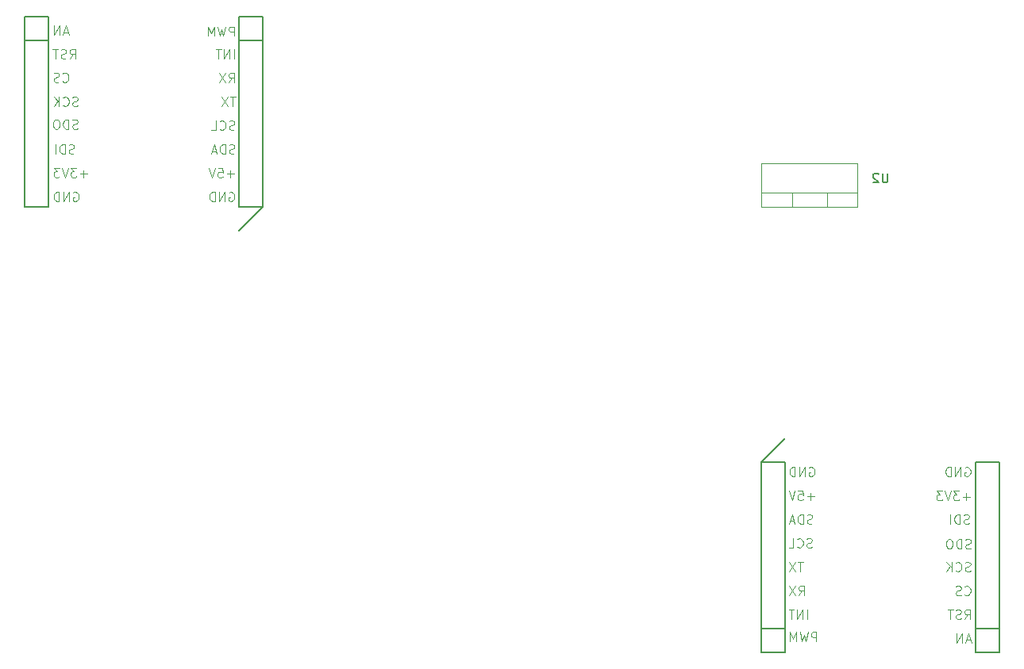
<source format=gbr>
%TF.GenerationSoftware,KiCad,Pcbnew,8.0.0*%
%TF.CreationDate,2024-10-06T09:57:53+02:00*%
%TF.ProjectId,Motor_Board_L476RG,4d6f746f-725f-4426-9f61-72645f4c3437,rev?*%
%TF.SameCoordinates,Original*%
%TF.FileFunction,Legend,Bot*%
%TF.FilePolarity,Positive*%
%FSLAX46Y46*%
G04 Gerber Fmt 4.6, Leading zero omitted, Abs format (unit mm)*
G04 Created by KiCad (PCBNEW 8.0.0) date 2024-10-06 09:57:53*
%MOMM*%
%LPD*%
G01*
G04 APERTURE LIST*
%ADD10C,0.050000*%
%ADD11C,0.150000*%
%ADD12C,0.127000*%
%ADD13C,0.120000*%
G04 APERTURE END LIST*
D10*
X139950095Y-65629304D02*
X139473905Y-65629304D01*
X140045333Y-65915019D02*
X139712000Y-64915019D01*
X139712000Y-64915019D02*
X139378667Y-65915019D01*
X139045333Y-65915019D02*
X139045333Y-64915019D01*
X139045333Y-64915019D02*
X138473905Y-65915019D01*
X138473905Y-65915019D02*
X138473905Y-64915019D01*
X141997714Y-80748666D02*
X141235810Y-80748666D01*
X141616762Y-81129619D02*
X141616762Y-80367714D01*
X140854857Y-80129619D02*
X140235810Y-80129619D01*
X140235810Y-80129619D02*
X140569143Y-80510571D01*
X140569143Y-80510571D02*
X140426286Y-80510571D01*
X140426286Y-80510571D02*
X140331048Y-80558190D01*
X140331048Y-80558190D02*
X140283429Y-80605809D01*
X140283429Y-80605809D02*
X140235810Y-80701047D01*
X140235810Y-80701047D02*
X140235810Y-80939142D01*
X140235810Y-80939142D02*
X140283429Y-81034380D01*
X140283429Y-81034380D02*
X140331048Y-81082000D01*
X140331048Y-81082000D02*
X140426286Y-81129619D01*
X140426286Y-81129619D02*
X140712000Y-81129619D01*
X140712000Y-81129619D02*
X140807238Y-81082000D01*
X140807238Y-81082000D02*
X140854857Y-81034380D01*
X139950095Y-80129619D02*
X139616762Y-81129619D01*
X139616762Y-81129619D02*
X139283429Y-80129619D01*
X139045333Y-80129619D02*
X138426286Y-80129619D01*
X138426286Y-80129619D02*
X138759619Y-80510571D01*
X138759619Y-80510571D02*
X138616762Y-80510571D01*
X138616762Y-80510571D02*
X138521524Y-80558190D01*
X138521524Y-80558190D02*
X138473905Y-80605809D01*
X138473905Y-80605809D02*
X138426286Y-80701047D01*
X138426286Y-80701047D02*
X138426286Y-80939142D01*
X138426286Y-80939142D02*
X138473905Y-81034380D01*
X138473905Y-81034380D02*
X138521524Y-81082000D01*
X138521524Y-81082000D02*
X138616762Y-81129619D01*
X138616762Y-81129619D02*
X138902476Y-81129619D01*
X138902476Y-81129619D02*
X138997714Y-81082000D01*
X138997714Y-81082000D02*
X139045333Y-81034380D01*
X157669561Y-68455019D02*
X157669561Y-67455019D01*
X157193371Y-68455019D02*
X157193371Y-67455019D01*
X157193371Y-67455019D02*
X156621943Y-68455019D01*
X156621943Y-68455019D02*
X156621943Y-67455019D01*
X156288609Y-67455019D02*
X155717181Y-67455019D01*
X156002895Y-68455019D02*
X156002895Y-67455019D01*
X157098132Y-70995019D02*
X157431465Y-70518828D01*
X157669560Y-70995019D02*
X157669560Y-69995019D01*
X157669560Y-69995019D02*
X157288608Y-69995019D01*
X157288608Y-69995019D02*
X157193370Y-70042638D01*
X157193370Y-70042638D02*
X157145751Y-70090257D01*
X157145751Y-70090257D02*
X157098132Y-70185495D01*
X157098132Y-70185495D02*
X157098132Y-70328352D01*
X157098132Y-70328352D02*
X157145751Y-70423590D01*
X157145751Y-70423590D02*
X157193370Y-70471209D01*
X157193370Y-70471209D02*
X157288608Y-70518828D01*
X157288608Y-70518828D02*
X157669560Y-70518828D01*
X156764798Y-69995019D02*
X156098132Y-70995019D01*
X156098132Y-69995019D02*
X156764798Y-70995019D01*
X157669561Y-66042019D02*
X157669561Y-65042019D01*
X157669561Y-65042019D02*
X157288609Y-65042019D01*
X157288609Y-65042019D02*
X157193371Y-65089638D01*
X157193371Y-65089638D02*
X157145752Y-65137257D01*
X157145752Y-65137257D02*
X157098133Y-65232495D01*
X157098133Y-65232495D02*
X157098133Y-65375352D01*
X157098133Y-65375352D02*
X157145752Y-65470590D01*
X157145752Y-65470590D02*
X157193371Y-65518209D01*
X157193371Y-65518209D02*
X157288609Y-65565828D01*
X157288609Y-65565828D02*
X157669561Y-65565828D01*
X156764799Y-65042019D02*
X156526704Y-66042019D01*
X156526704Y-66042019D02*
X156336228Y-65327733D01*
X156336228Y-65327733D02*
X156145752Y-66042019D01*
X156145752Y-66042019D02*
X155907657Y-65042019D01*
X155526704Y-66042019D02*
X155526704Y-65042019D01*
X155526704Y-65042019D02*
X155193371Y-65756304D01*
X155193371Y-65756304D02*
X154860038Y-65042019D01*
X154860038Y-65042019D02*
X154860038Y-66042019D01*
X157717180Y-78567400D02*
X157574323Y-78615019D01*
X157574323Y-78615019D02*
X157336228Y-78615019D01*
X157336228Y-78615019D02*
X157240990Y-78567400D01*
X157240990Y-78567400D02*
X157193371Y-78519780D01*
X157193371Y-78519780D02*
X157145752Y-78424542D01*
X157145752Y-78424542D02*
X157145752Y-78329304D01*
X157145752Y-78329304D02*
X157193371Y-78234066D01*
X157193371Y-78234066D02*
X157240990Y-78186447D01*
X157240990Y-78186447D02*
X157336228Y-78138828D01*
X157336228Y-78138828D02*
X157526704Y-78091209D01*
X157526704Y-78091209D02*
X157621942Y-78043590D01*
X157621942Y-78043590D02*
X157669561Y-77995971D01*
X157669561Y-77995971D02*
X157717180Y-77900733D01*
X157717180Y-77900733D02*
X157717180Y-77805495D01*
X157717180Y-77805495D02*
X157669561Y-77710257D01*
X157669561Y-77710257D02*
X157621942Y-77662638D01*
X157621942Y-77662638D02*
X157526704Y-77615019D01*
X157526704Y-77615019D02*
X157288609Y-77615019D01*
X157288609Y-77615019D02*
X157145752Y-77662638D01*
X156717180Y-78615019D02*
X156717180Y-77615019D01*
X156717180Y-77615019D02*
X156479085Y-77615019D01*
X156479085Y-77615019D02*
X156336228Y-77662638D01*
X156336228Y-77662638D02*
X156240990Y-77757876D01*
X156240990Y-77757876D02*
X156193371Y-77853114D01*
X156193371Y-77853114D02*
X156145752Y-78043590D01*
X156145752Y-78043590D02*
X156145752Y-78186447D01*
X156145752Y-78186447D02*
X156193371Y-78376923D01*
X156193371Y-78376923D02*
X156240990Y-78472161D01*
X156240990Y-78472161D02*
X156336228Y-78567400D01*
X156336228Y-78567400D02*
X156479085Y-78615019D01*
X156479085Y-78615019D02*
X156717180Y-78615019D01*
X155764799Y-78329304D02*
X155288609Y-78329304D01*
X155860037Y-78615019D02*
X155526704Y-77615019D01*
X155526704Y-77615019D02*
X155193371Y-78615019D01*
X139378666Y-70874380D02*
X139426285Y-70922000D01*
X139426285Y-70922000D02*
X139569142Y-70969619D01*
X139569142Y-70969619D02*
X139664380Y-70969619D01*
X139664380Y-70969619D02*
X139807237Y-70922000D01*
X139807237Y-70922000D02*
X139902475Y-70826761D01*
X139902475Y-70826761D02*
X139950094Y-70731523D01*
X139950094Y-70731523D02*
X139997713Y-70541047D01*
X139997713Y-70541047D02*
X139997713Y-70398190D01*
X139997713Y-70398190D02*
X139950094Y-70207714D01*
X139950094Y-70207714D02*
X139902475Y-70112476D01*
X139902475Y-70112476D02*
X139807237Y-70017238D01*
X139807237Y-70017238D02*
X139664380Y-69969619D01*
X139664380Y-69969619D02*
X139569142Y-69969619D01*
X139569142Y-69969619D02*
X139426285Y-70017238D01*
X139426285Y-70017238D02*
X139378666Y-70064857D01*
X138997713Y-70922000D02*
X138854856Y-70969619D01*
X138854856Y-70969619D02*
X138616761Y-70969619D01*
X138616761Y-70969619D02*
X138521523Y-70922000D01*
X138521523Y-70922000D02*
X138473904Y-70874380D01*
X138473904Y-70874380D02*
X138426285Y-70779142D01*
X138426285Y-70779142D02*
X138426285Y-70683904D01*
X138426285Y-70683904D02*
X138473904Y-70588666D01*
X138473904Y-70588666D02*
X138521523Y-70541047D01*
X138521523Y-70541047D02*
X138616761Y-70493428D01*
X138616761Y-70493428D02*
X138807237Y-70445809D01*
X138807237Y-70445809D02*
X138902475Y-70398190D01*
X138902475Y-70398190D02*
X138950094Y-70350571D01*
X138950094Y-70350571D02*
X138997713Y-70255333D01*
X138997713Y-70255333D02*
X138997713Y-70160095D01*
X138997713Y-70160095D02*
X138950094Y-70064857D01*
X138950094Y-70064857D02*
X138902475Y-70017238D01*
X138902475Y-70017238D02*
X138807237Y-69969619D01*
X138807237Y-69969619D02*
X138569142Y-69969619D01*
X138569142Y-69969619D02*
X138426285Y-70017238D01*
X140999523Y-75912400D02*
X140856666Y-75960019D01*
X140856666Y-75960019D02*
X140618571Y-75960019D01*
X140618571Y-75960019D02*
X140523333Y-75912400D01*
X140523333Y-75912400D02*
X140475714Y-75864780D01*
X140475714Y-75864780D02*
X140428095Y-75769542D01*
X140428095Y-75769542D02*
X140428095Y-75674304D01*
X140428095Y-75674304D02*
X140475714Y-75579066D01*
X140475714Y-75579066D02*
X140523333Y-75531447D01*
X140523333Y-75531447D02*
X140618571Y-75483828D01*
X140618571Y-75483828D02*
X140809047Y-75436209D01*
X140809047Y-75436209D02*
X140904285Y-75388590D01*
X140904285Y-75388590D02*
X140951904Y-75340971D01*
X140951904Y-75340971D02*
X140999523Y-75245733D01*
X140999523Y-75245733D02*
X140999523Y-75150495D01*
X140999523Y-75150495D02*
X140951904Y-75055257D01*
X140951904Y-75055257D02*
X140904285Y-75007638D01*
X140904285Y-75007638D02*
X140809047Y-74960019D01*
X140809047Y-74960019D02*
X140570952Y-74960019D01*
X140570952Y-74960019D02*
X140428095Y-75007638D01*
X139999523Y-75960019D02*
X139999523Y-74960019D01*
X139999523Y-74960019D02*
X139761428Y-74960019D01*
X139761428Y-74960019D02*
X139618571Y-75007638D01*
X139618571Y-75007638D02*
X139523333Y-75102876D01*
X139523333Y-75102876D02*
X139475714Y-75198114D01*
X139475714Y-75198114D02*
X139428095Y-75388590D01*
X139428095Y-75388590D02*
X139428095Y-75531447D01*
X139428095Y-75531447D02*
X139475714Y-75721923D01*
X139475714Y-75721923D02*
X139523333Y-75817161D01*
X139523333Y-75817161D02*
X139618571Y-75912400D01*
X139618571Y-75912400D02*
X139761428Y-75960019D01*
X139761428Y-75960019D02*
X139999523Y-75960019D01*
X138809047Y-74960019D02*
X138618571Y-74960019D01*
X138618571Y-74960019D02*
X138523333Y-75007638D01*
X138523333Y-75007638D02*
X138428095Y-75102876D01*
X138428095Y-75102876D02*
X138380476Y-75293352D01*
X138380476Y-75293352D02*
X138380476Y-75626685D01*
X138380476Y-75626685D02*
X138428095Y-75817161D01*
X138428095Y-75817161D02*
X138523333Y-75912400D01*
X138523333Y-75912400D02*
X138618571Y-75960019D01*
X138618571Y-75960019D02*
X138809047Y-75960019D01*
X138809047Y-75960019D02*
X138904285Y-75912400D01*
X138904285Y-75912400D02*
X138999523Y-75817161D01*
X138999523Y-75817161D02*
X139047142Y-75626685D01*
X139047142Y-75626685D02*
X139047142Y-75293352D01*
X139047142Y-75293352D02*
X138999523Y-75102876D01*
X138999523Y-75102876D02*
X138904285Y-75007638D01*
X138904285Y-75007638D02*
X138809047Y-74960019D01*
X157812418Y-72535019D02*
X157240990Y-72535019D01*
X157526704Y-73535019D02*
X157526704Y-72535019D01*
X157002894Y-72535019D02*
X156336228Y-73535019D01*
X156336228Y-72535019D02*
X157002894Y-73535019D01*
X140613808Y-78567400D02*
X140470951Y-78615019D01*
X140470951Y-78615019D02*
X140232856Y-78615019D01*
X140232856Y-78615019D02*
X140137618Y-78567400D01*
X140137618Y-78567400D02*
X140089999Y-78519780D01*
X140089999Y-78519780D02*
X140042380Y-78424542D01*
X140042380Y-78424542D02*
X140042380Y-78329304D01*
X140042380Y-78329304D02*
X140089999Y-78234066D01*
X140089999Y-78234066D02*
X140137618Y-78186447D01*
X140137618Y-78186447D02*
X140232856Y-78138828D01*
X140232856Y-78138828D02*
X140423332Y-78091209D01*
X140423332Y-78091209D02*
X140518570Y-78043590D01*
X140518570Y-78043590D02*
X140566189Y-77995971D01*
X140566189Y-77995971D02*
X140613808Y-77900733D01*
X140613808Y-77900733D02*
X140613808Y-77805495D01*
X140613808Y-77805495D02*
X140566189Y-77710257D01*
X140566189Y-77710257D02*
X140518570Y-77662638D01*
X140518570Y-77662638D02*
X140423332Y-77615019D01*
X140423332Y-77615019D02*
X140185237Y-77615019D01*
X140185237Y-77615019D02*
X140042380Y-77662638D01*
X139613808Y-78615019D02*
X139613808Y-77615019D01*
X139613808Y-77615019D02*
X139375713Y-77615019D01*
X139375713Y-77615019D02*
X139232856Y-77662638D01*
X139232856Y-77662638D02*
X139137618Y-77757876D01*
X139137618Y-77757876D02*
X139089999Y-77853114D01*
X139089999Y-77853114D02*
X139042380Y-78043590D01*
X139042380Y-78043590D02*
X139042380Y-78186447D01*
X139042380Y-78186447D02*
X139089999Y-78376923D01*
X139089999Y-78376923D02*
X139137618Y-78472161D01*
X139137618Y-78472161D02*
X139232856Y-78567400D01*
X139232856Y-78567400D02*
X139375713Y-78615019D01*
X139375713Y-78615019D02*
X139613808Y-78615019D01*
X138613808Y-78615019D02*
X138613808Y-77615019D01*
X157145751Y-82742638D02*
X157240989Y-82695019D01*
X157240989Y-82695019D02*
X157383846Y-82695019D01*
X157383846Y-82695019D02*
X157526703Y-82742638D01*
X157526703Y-82742638D02*
X157621941Y-82837876D01*
X157621941Y-82837876D02*
X157669560Y-82933114D01*
X157669560Y-82933114D02*
X157717179Y-83123590D01*
X157717179Y-83123590D02*
X157717179Y-83266447D01*
X157717179Y-83266447D02*
X157669560Y-83456923D01*
X157669560Y-83456923D02*
X157621941Y-83552161D01*
X157621941Y-83552161D02*
X157526703Y-83647400D01*
X157526703Y-83647400D02*
X157383846Y-83695019D01*
X157383846Y-83695019D02*
X157288608Y-83695019D01*
X157288608Y-83695019D02*
X157145751Y-83647400D01*
X157145751Y-83647400D02*
X157098132Y-83599780D01*
X157098132Y-83599780D02*
X157098132Y-83266447D01*
X157098132Y-83266447D02*
X157288608Y-83266447D01*
X156669560Y-83695019D02*
X156669560Y-82695019D01*
X156669560Y-82695019D02*
X156098132Y-83695019D01*
X156098132Y-83695019D02*
X156098132Y-82695019D01*
X155621941Y-83695019D02*
X155621941Y-82695019D01*
X155621941Y-82695019D02*
X155383846Y-82695019D01*
X155383846Y-82695019D02*
X155240989Y-82742638D01*
X155240989Y-82742638D02*
X155145751Y-82837876D01*
X155145751Y-82837876D02*
X155098132Y-82933114D01*
X155098132Y-82933114D02*
X155050513Y-83123590D01*
X155050513Y-83123590D02*
X155050513Y-83266447D01*
X155050513Y-83266447D02*
X155098132Y-83456923D01*
X155098132Y-83456923D02*
X155145751Y-83552161D01*
X155145751Y-83552161D02*
X155240989Y-83647400D01*
X155240989Y-83647400D02*
X155383846Y-83695019D01*
X155383846Y-83695019D02*
X155621941Y-83695019D01*
X157669560Y-80774066D02*
X156907656Y-80774066D01*
X157288608Y-81155019D02*
X157288608Y-80393114D01*
X155955275Y-80155019D02*
X156431465Y-80155019D01*
X156431465Y-80155019D02*
X156479084Y-80631209D01*
X156479084Y-80631209D02*
X156431465Y-80583590D01*
X156431465Y-80583590D02*
X156336227Y-80535971D01*
X156336227Y-80535971D02*
X156098132Y-80535971D01*
X156098132Y-80535971D02*
X156002894Y-80583590D01*
X156002894Y-80583590D02*
X155955275Y-80631209D01*
X155955275Y-80631209D02*
X155907656Y-80726447D01*
X155907656Y-80726447D02*
X155907656Y-80964542D01*
X155907656Y-80964542D02*
X155955275Y-81059780D01*
X155955275Y-81059780D02*
X156002894Y-81107400D01*
X156002894Y-81107400D02*
X156098132Y-81155019D01*
X156098132Y-81155019D02*
X156336227Y-81155019D01*
X156336227Y-81155019D02*
X156431465Y-81107400D01*
X156431465Y-81107400D02*
X156479084Y-81059780D01*
X155621941Y-80155019D02*
X155288608Y-81155019D01*
X155288608Y-81155019D02*
X154955275Y-80155019D01*
X140140572Y-68455019D02*
X140473905Y-67978828D01*
X140712000Y-68455019D02*
X140712000Y-67455019D01*
X140712000Y-67455019D02*
X140331048Y-67455019D01*
X140331048Y-67455019D02*
X140235810Y-67502638D01*
X140235810Y-67502638D02*
X140188191Y-67550257D01*
X140188191Y-67550257D02*
X140140572Y-67645495D01*
X140140572Y-67645495D02*
X140140572Y-67788352D01*
X140140572Y-67788352D02*
X140188191Y-67883590D01*
X140188191Y-67883590D02*
X140235810Y-67931209D01*
X140235810Y-67931209D02*
X140331048Y-67978828D01*
X140331048Y-67978828D02*
X140712000Y-67978828D01*
X139759619Y-68407400D02*
X139616762Y-68455019D01*
X139616762Y-68455019D02*
X139378667Y-68455019D01*
X139378667Y-68455019D02*
X139283429Y-68407400D01*
X139283429Y-68407400D02*
X139235810Y-68359780D01*
X139235810Y-68359780D02*
X139188191Y-68264542D01*
X139188191Y-68264542D02*
X139188191Y-68169304D01*
X139188191Y-68169304D02*
X139235810Y-68074066D01*
X139235810Y-68074066D02*
X139283429Y-68026447D01*
X139283429Y-68026447D02*
X139378667Y-67978828D01*
X139378667Y-67978828D02*
X139569143Y-67931209D01*
X139569143Y-67931209D02*
X139664381Y-67883590D01*
X139664381Y-67883590D02*
X139712000Y-67835971D01*
X139712000Y-67835971D02*
X139759619Y-67740733D01*
X139759619Y-67740733D02*
X139759619Y-67645495D01*
X139759619Y-67645495D02*
X139712000Y-67550257D01*
X139712000Y-67550257D02*
X139664381Y-67502638D01*
X139664381Y-67502638D02*
X139569143Y-67455019D01*
X139569143Y-67455019D02*
X139331048Y-67455019D01*
X139331048Y-67455019D02*
X139188191Y-67502638D01*
X138902476Y-67455019D02*
X138331048Y-67455019D01*
X138616762Y-68455019D02*
X138616762Y-67455019D01*
X157717179Y-76027400D02*
X157574322Y-76075019D01*
X157574322Y-76075019D02*
X157336227Y-76075019D01*
X157336227Y-76075019D02*
X157240989Y-76027400D01*
X157240989Y-76027400D02*
X157193370Y-75979780D01*
X157193370Y-75979780D02*
X157145751Y-75884542D01*
X157145751Y-75884542D02*
X157145751Y-75789304D01*
X157145751Y-75789304D02*
X157193370Y-75694066D01*
X157193370Y-75694066D02*
X157240989Y-75646447D01*
X157240989Y-75646447D02*
X157336227Y-75598828D01*
X157336227Y-75598828D02*
X157526703Y-75551209D01*
X157526703Y-75551209D02*
X157621941Y-75503590D01*
X157621941Y-75503590D02*
X157669560Y-75455971D01*
X157669560Y-75455971D02*
X157717179Y-75360733D01*
X157717179Y-75360733D02*
X157717179Y-75265495D01*
X157717179Y-75265495D02*
X157669560Y-75170257D01*
X157669560Y-75170257D02*
X157621941Y-75122638D01*
X157621941Y-75122638D02*
X157526703Y-75075019D01*
X157526703Y-75075019D02*
X157288608Y-75075019D01*
X157288608Y-75075019D02*
X157145751Y-75122638D01*
X156145751Y-75979780D02*
X156193370Y-76027400D01*
X156193370Y-76027400D02*
X156336227Y-76075019D01*
X156336227Y-76075019D02*
X156431465Y-76075019D01*
X156431465Y-76075019D02*
X156574322Y-76027400D01*
X156574322Y-76027400D02*
X156669560Y-75932161D01*
X156669560Y-75932161D02*
X156717179Y-75836923D01*
X156717179Y-75836923D02*
X156764798Y-75646447D01*
X156764798Y-75646447D02*
X156764798Y-75503590D01*
X156764798Y-75503590D02*
X156717179Y-75313114D01*
X156717179Y-75313114D02*
X156669560Y-75217876D01*
X156669560Y-75217876D02*
X156574322Y-75122638D01*
X156574322Y-75122638D02*
X156431465Y-75075019D01*
X156431465Y-75075019D02*
X156336227Y-75075019D01*
X156336227Y-75075019D02*
X156193370Y-75122638D01*
X156193370Y-75122638D02*
X156145751Y-75170257D01*
X155240989Y-76075019D02*
X155717179Y-76075019D01*
X155717179Y-76075019D02*
X155717179Y-75075019D01*
X140997713Y-73487400D02*
X140854856Y-73535019D01*
X140854856Y-73535019D02*
X140616761Y-73535019D01*
X140616761Y-73535019D02*
X140521523Y-73487400D01*
X140521523Y-73487400D02*
X140473904Y-73439780D01*
X140473904Y-73439780D02*
X140426285Y-73344542D01*
X140426285Y-73344542D02*
X140426285Y-73249304D01*
X140426285Y-73249304D02*
X140473904Y-73154066D01*
X140473904Y-73154066D02*
X140521523Y-73106447D01*
X140521523Y-73106447D02*
X140616761Y-73058828D01*
X140616761Y-73058828D02*
X140807237Y-73011209D01*
X140807237Y-73011209D02*
X140902475Y-72963590D01*
X140902475Y-72963590D02*
X140950094Y-72915971D01*
X140950094Y-72915971D02*
X140997713Y-72820733D01*
X140997713Y-72820733D02*
X140997713Y-72725495D01*
X140997713Y-72725495D02*
X140950094Y-72630257D01*
X140950094Y-72630257D02*
X140902475Y-72582638D01*
X140902475Y-72582638D02*
X140807237Y-72535019D01*
X140807237Y-72535019D02*
X140569142Y-72535019D01*
X140569142Y-72535019D02*
X140426285Y-72582638D01*
X139426285Y-73439780D02*
X139473904Y-73487400D01*
X139473904Y-73487400D02*
X139616761Y-73535019D01*
X139616761Y-73535019D02*
X139711999Y-73535019D01*
X139711999Y-73535019D02*
X139854856Y-73487400D01*
X139854856Y-73487400D02*
X139950094Y-73392161D01*
X139950094Y-73392161D02*
X139997713Y-73296923D01*
X139997713Y-73296923D02*
X140045332Y-73106447D01*
X140045332Y-73106447D02*
X140045332Y-72963590D01*
X140045332Y-72963590D02*
X139997713Y-72773114D01*
X139997713Y-72773114D02*
X139950094Y-72677876D01*
X139950094Y-72677876D02*
X139854856Y-72582638D01*
X139854856Y-72582638D02*
X139711999Y-72535019D01*
X139711999Y-72535019D02*
X139616761Y-72535019D01*
X139616761Y-72535019D02*
X139473904Y-72582638D01*
X139473904Y-72582638D02*
X139426285Y-72630257D01*
X138997713Y-73535019D02*
X138997713Y-72535019D01*
X138426285Y-73535019D02*
X138854856Y-72963590D01*
X138426285Y-72535019D02*
X138997713Y-73106447D01*
X140521523Y-82742638D02*
X140616761Y-82695019D01*
X140616761Y-82695019D02*
X140759618Y-82695019D01*
X140759618Y-82695019D02*
X140902475Y-82742638D01*
X140902475Y-82742638D02*
X140997713Y-82837876D01*
X140997713Y-82837876D02*
X141045332Y-82933114D01*
X141045332Y-82933114D02*
X141092951Y-83123590D01*
X141092951Y-83123590D02*
X141092951Y-83266447D01*
X141092951Y-83266447D02*
X141045332Y-83456923D01*
X141045332Y-83456923D02*
X140997713Y-83552161D01*
X140997713Y-83552161D02*
X140902475Y-83647400D01*
X140902475Y-83647400D02*
X140759618Y-83695019D01*
X140759618Y-83695019D02*
X140664380Y-83695019D01*
X140664380Y-83695019D02*
X140521523Y-83647400D01*
X140521523Y-83647400D02*
X140473904Y-83599780D01*
X140473904Y-83599780D02*
X140473904Y-83266447D01*
X140473904Y-83266447D02*
X140664380Y-83266447D01*
X140045332Y-83695019D02*
X140045332Y-82695019D01*
X140045332Y-82695019D02*
X139473904Y-83695019D01*
X139473904Y-83695019D02*
X139473904Y-82695019D01*
X138997713Y-83695019D02*
X138997713Y-82695019D01*
X138997713Y-82695019D02*
X138759618Y-82695019D01*
X138759618Y-82695019D02*
X138616761Y-82742638D01*
X138616761Y-82742638D02*
X138521523Y-82837876D01*
X138521523Y-82837876D02*
X138473904Y-82933114D01*
X138473904Y-82933114D02*
X138426285Y-83123590D01*
X138426285Y-83123590D02*
X138426285Y-83266447D01*
X138426285Y-83266447D02*
X138473904Y-83456923D01*
X138473904Y-83456923D02*
X138521523Y-83552161D01*
X138521523Y-83552161D02*
X138616761Y-83647400D01*
X138616761Y-83647400D02*
X138759618Y-83695019D01*
X138759618Y-83695019D02*
X138997713Y-83695019D01*
X218779961Y-128305019D02*
X218779961Y-127305019D01*
X218303771Y-128305019D02*
X218303771Y-127305019D01*
X218303771Y-127305019D02*
X217732343Y-128305019D01*
X217732343Y-128305019D02*
X217732343Y-127305019D01*
X217399009Y-127305019D02*
X216827581Y-127305019D01*
X217113295Y-128305019D02*
X217113295Y-127305019D01*
X236213713Y-130559304D02*
X235737523Y-130559304D01*
X236308951Y-130845019D02*
X235975618Y-129845019D01*
X235975618Y-129845019D02*
X235642285Y-130845019D01*
X235308951Y-130845019D02*
X235308951Y-129845019D01*
X235308951Y-129845019D02*
X234737523Y-130845019D01*
X234737523Y-130845019D02*
X234737523Y-129845019D01*
X217875200Y-125765019D02*
X218208533Y-125288828D01*
X218446628Y-125765019D02*
X218446628Y-124765019D01*
X218446628Y-124765019D02*
X218065676Y-124765019D01*
X218065676Y-124765019D02*
X217970438Y-124812638D01*
X217970438Y-124812638D02*
X217922819Y-124860257D01*
X217922819Y-124860257D02*
X217875200Y-124955495D01*
X217875200Y-124955495D02*
X217875200Y-125098352D01*
X217875200Y-125098352D02*
X217922819Y-125193590D01*
X217922819Y-125193590D02*
X217970438Y-125241209D01*
X217970438Y-125241209D02*
X218065676Y-125288828D01*
X218065676Y-125288828D02*
X218446628Y-125288828D01*
X217541866Y-124765019D02*
X216875200Y-125765019D01*
X216875200Y-124765019D02*
X217541866Y-125765019D01*
X219779961Y-130718019D02*
X219779961Y-129718019D01*
X219779961Y-129718019D02*
X219399009Y-129718019D01*
X219399009Y-129718019D02*
X219303771Y-129765638D01*
X219303771Y-129765638D02*
X219256152Y-129813257D01*
X219256152Y-129813257D02*
X219208533Y-129908495D01*
X219208533Y-129908495D02*
X219208533Y-130051352D01*
X219208533Y-130051352D02*
X219256152Y-130146590D01*
X219256152Y-130146590D02*
X219303771Y-130194209D01*
X219303771Y-130194209D02*
X219399009Y-130241828D01*
X219399009Y-130241828D02*
X219779961Y-130241828D01*
X218875199Y-129718019D02*
X218637104Y-130718019D01*
X218637104Y-130718019D02*
X218446628Y-130003733D01*
X218446628Y-130003733D02*
X218256152Y-130718019D01*
X218256152Y-130718019D02*
X218018057Y-129718019D01*
X217637104Y-130718019D02*
X217637104Y-129718019D01*
X217637104Y-129718019D02*
X217303771Y-130432304D01*
X217303771Y-130432304D02*
X216970438Y-129718019D01*
X216970438Y-129718019D02*
X216970438Y-130718019D01*
X219351390Y-118097400D02*
X219208533Y-118145019D01*
X219208533Y-118145019D02*
X218970438Y-118145019D01*
X218970438Y-118145019D02*
X218875200Y-118097400D01*
X218875200Y-118097400D02*
X218827581Y-118049780D01*
X218827581Y-118049780D02*
X218779962Y-117954542D01*
X218779962Y-117954542D02*
X218779962Y-117859304D01*
X218779962Y-117859304D02*
X218827581Y-117764066D01*
X218827581Y-117764066D02*
X218875200Y-117716447D01*
X218875200Y-117716447D02*
X218970438Y-117668828D01*
X218970438Y-117668828D02*
X219160914Y-117621209D01*
X219160914Y-117621209D02*
X219256152Y-117573590D01*
X219256152Y-117573590D02*
X219303771Y-117525971D01*
X219303771Y-117525971D02*
X219351390Y-117430733D01*
X219351390Y-117430733D02*
X219351390Y-117335495D01*
X219351390Y-117335495D02*
X219303771Y-117240257D01*
X219303771Y-117240257D02*
X219256152Y-117192638D01*
X219256152Y-117192638D02*
X219160914Y-117145019D01*
X219160914Y-117145019D02*
X218922819Y-117145019D01*
X218922819Y-117145019D02*
X218779962Y-117192638D01*
X218351390Y-118145019D02*
X218351390Y-117145019D01*
X218351390Y-117145019D02*
X218113295Y-117145019D01*
X218113295Y-117145019D02*
X217970438Y-117192638D01*
X217970438Y-117192638D02*
X217875200Y-117287876D01*
X217875200Y-117287876D02*
X217827581Y-117383114D01*
X217827581Y-117383114D02*
X217779962Y-117573590D01*
X217779962Y-117573590D02*
X217779962Y-117716447D01*
X217779962Y-117716447D02*
X217827581Y-117906923D01*
X217827581Y-117906923D02*
X217875200Y-118002161D01*
X217875200Y-118002161D02*
X217970438Y-118097400D01*
X217970438Y-118097400D02*
X218113295Y-118145019D01*
X218113295Y-118145019D02*
X218351390Y-118145019D01*
X217399009Y-117859304D02*
X216922819Y-117859304D01*
X217494247Y-118145019D02*
X217160914Y-117145019D01*
X217160914Y-117145019D02*
X216827581Y-118145019D01*
X219018057Y-112112638D02*
X219113295Y-112065019D01*
X219113295Y-112065019D02*
X219256152Y-112065019D01*
X219256152Y-112065019D02*
X219399009Y-112112638D01*
X219399009Y-112112638D02*
X219494247Y-112207876D01*
X219494247Y-112207876D02*
X219541866Y-112303114D01*
X219541866Y-112303114D02*
X219589485Y-112493590D01*
X219589485Y-112493590D02*
X219589485Y-112636447D01*
X219589485Y-112636447D02*
X219541866Y-112826923D01*
X219541866Y-112826923D02*
X219494247Y-112922161D01*
X219494247Y-112922161D02*
X219399009Y-113017400D01*
X219399009Y-113017400D02*
X219256152Y-113065019D01*
X219256152Y-113065019D02*
X219160914Y-113065019D01*
X219160914Y-113065019D02*
X219018057Y-113017400D01*
X219018057Y-113017400D02*
X218970438Y-112969780D01*
X218970438Y-112969780D02*
X218970438Y-112636447D01*
X218970438Y-112636447D02*
X219160914Y-112636447D01*
X218541866Y-113065019D02*
X218541866Y-112065019D01*
X218541866Y-112065019D02*
X217970438Y-113065019D01*
X217970438Y-113065019D02*
X217970438Y-112065019D01*
X217494247Y-113065019D02*
X217494247Y-112065019D01*
X217494247Y-112065019D02*
X217256152Y-112065019D01*
X217256152Y-112065019D02*
X217113295Y-112112638D01*
X217113295Y-112112638D02*
X217018057Y-112207876D01*
X217018057Y-112207876D02*
X216970438Y-112303114D01*
X216970438Y-112303114D02*
X216922819Y-112493590D01*
X216922819Y-112493590D02*
X216922819Y-112636447D01*
X216922819Y-112636447D02*
X216970438Y-112826923D01*
X216970438Y-112826923D02*
X217018057Y-112922161D01*
X217018057Y-112922161D02*
X217113295Y-113017400D01*
X217113295Y-113017400D02*
X217256152Y-113065019D01*
X217256152Y-113065019D02*
X217494247Y-113065019D01*
X218351390Y-122225019D02*
X217779962Y-122225019D01*
X218065676Y-123225019D02*
X218065676Y-122225019D01*
X217541866Y-122225019D02*
X216875200Y-123225019D01*
X216875200Y-122225019D02*
X217541866Y-123225019D01*
X236166094Y-115249466D02*
X235404190Y-115249466D01*
X235785142Y-115630419D02*
X235785142Y-114868514D01*
X235023237Y-114630419D02*
X234404190Y-114630419D01*
X234404190Y-114630419D02*
X234737523Y-115011371D01*
X234737523Y-115011371D02*
X234594666Y-115011371D01*
X234594666Y-115011371D02*
X234499428Y-115058990D01*
X234499428Y-115058990D02*
X234451809Y-115106609D01*
X234451809Y-115106609D02*
X234404190Y-115201847D01*
X234404190Y-115201847D02*
X234404190Y-115439942D01*
X234404190Y-115439942D02*
X234451809Y-115535180D01*
X234451809Y-115535180D02*
X234499428Y-115582800D01*
X234499428Y-115582800D02*
X234594666Y-115630419D01*
X234594666Y-115630419D02*
X234880380Y-115630419D01*
X234880380Y-115630419D02*
X234975618Y-115582800D01*
X234975618Y-115582800D02*
X235023237Y-115535180D01*
X234118475Y-114630419D02*
X233785142Y-115630419D01*
X233785142Y-115630419D02*
X233451809Y-114630419D01*
X233213713Y-114630419D02*
X232594666Y-114630419D01*
X232594666Y-114630419D02*
X232927999Y-115011371D01*
X232927999Y-115011371D02*
X232785142Y-115011371D01*
X232785142Y-115011371D02*
X232689904Y-115058990D01*
X232689904Y-115058990D02*
X232642285Y-115106609D01*
X232642285Y-115106609D02*
X232594666Y-115201847D01*
X232594666Y-115201847D02*
X232594666Y-115439942D01*
X232594666Y-115439942D02*
X232642285Y-115535180D01*
X232642285Y-115535180D02*
X232689904Y-115582800D01*
X232689904Y-115582800D02*
X232785142Y-115630419D01*
X232785142Y-115630419D02*
X233070856Y-115630419D01*
X233070856Y-115630419D02*
X233166094Y-115582800D01*
X233166094Y-115582800D02*
X233213713Y-115535180D01*
X235594666Y-128305019D02*
X235927999Y-127828828D01*
X236166094Y-128305019D02*
X236166094Y-127305019D01*
X236166094Y-127305019D02*
X235785142Y-127305019D01*
X235785142Y-127305019D02*
X235689904Y-127352638D01*
X235689904Y-127352638D02*
X235642285Y-127400257D01*
X235642285Y-127400257D02*
X235594666Y-127495495D01*
X235594666Y-127495495D02*
X235594666Y-127638352D01*
X235594666Y-127638352D02*
X235642285Y-127733590D01*
X235642285Y-127733590D02*
X235689904Y-127781209D01*
X235689904Y-127781209D02*
X235785142Y-127828828D01*
X235785142Y-127828828D02*
X236166094Y-127828828D01*
X235213713Y-128257400D02*
X235070856Y-128305019D01*
X235070856Y-128305019D02*
X234832761Y-128305019D01*
X234832761Y-128305019D02*
X234737523Y-128257400D01*
X234737523Y-128257400D02*
X234689904Y-128209780D01*
X234689904Y-128209780D02*
X234642285Y-128114542D01*
X234642285Y-128114542D02*
X234642285Y-128019304D01*
X234642285Y-128019304D02*
X234689904Y-127924066D01*
X234689904Y-127924066D02*
X234737523Y-127876447D01*
X234737523Y-127876447D02*
X234832761Y-127828828D01*
X234832761Y-127828828D02*
X235023237Y-127781209D01*
X235023237Y-127781209D02*
X235118475Y-127733590D01*
X235118475Y-127733590D02*
X235166094Y-127685971D01*
X235166094Y-127685971D02*
X235213713Y-127590733D01*
X235213713Y-127590733D02*
X235213713Y-127495495D01*
X235213713Y-127495495D02*
X235166094Y-127400257D01*
X235166094Y-127400257D02*
X235118475Y-127352638D01*
X235118475Y-127352638D02*
X235023237Y-127305019D01*
X235023237Y-127305019D02*
X234785142Y-127305019D01*
X234785142Y-127305019D02*
X234642285Y-127352638D01*
X234356570Y-127305019D02*
X233785142Y-127305019D01*
X234070856Y-128305019D02*
X234070856Y-127305019D01*
X236073808Y-118097400D02*
X235930951Y-118145019D01*
X235930951Y-118145019D02*
X235692856Y-118145019D01*
X235692856Y-118145019D02*
X235597618Y-118097400D01*
X235597618Y-118097400D02*
X235549999Y-118049780D01*
X235549999Y-118049780D02*
X235502380Y-117954542D01*
X235502380Y-117954542D02*
X235502380Y-117859304D01*
X235502380Y-117859304D02*
X235549999Y-117764066D01*
X235549999Y-117764066D02*
X235597618Y-117716447D01*
X235597618Y-117716447D02*
X235692856Y-117668828D01*
X235692856Y-117668828D02*
X235883332Y-117621209D01*
X235883332Y-117621209D02*
X235978570Y-117573590D01*
X235978570Y-117573590D02*
X236026189Y-117525971D01*
X236026189Y-117525971D02*
X236073808Y-117430733D01*
X236073808Y-117430733D02*
X236073808Y-117335495D01*
X236073808Y-117335495D02*
X236026189Y-117240257D01*
X236026189Y-117240257D02*
X235978570Y-117192638D01*
X235978570Y-117192638D02*
X235883332Y-117145019D01*
X235883332Y-117145019D02*
X235645237Y-117145019D01*
X235645237Y-117145019D02*
X235502380Y-117192638D01*
X235073808Y-118145019D02*
X235073808Y-117145019D01*
X235073808Y-117145019D02*
X234835713Y-117145019D01*
X234835713Y-117145019D02*
X234692856Y-117192638D01*
X234692856Y-117192638D02*
X234597618Y-117287876D01*
X234597618Y-117287876D02*
X234549999Y-117383114D01*
X234549999Y-117383114D02*
X234502380Y-117573590D01*
X234502380Y-117573590D02*
X234502380Y-117716447D01*
X234502380Y-117716447D02*
X234549999Y-117906923D01*
X234549999Y-117906923D02*
X234597618Y-118002161D01*
X234597618Y-118002161D02*
X234692856Y-118097400D01*
X234692856Y-118097400D02*
X234835713Y-118145019D01*
X234835713Y-118145019D02*
X235073808Y-118145019D01*
X234073808Y-118145019D02*
X234073808Y-117145019D01*
X219541866Y-115224066D02*
X218779962Y-115224066D01*
X219160914Y-115605019D02*
X219160914Y-114843114D01*
X217827581Y-114605019D02*
X218303771Y-114605019D01*
X218303771Y-114605019D02*
X218351390Y-115081209D01*
X218351390Y-115081209D02*
X218303771Y-115033590D01*
X218303771Y-115033590D02*
X218208533Y-114985971D01*
X218208533Y-114985971D02*
X217970438Y-114985971D01*
X217970438Y-114985971D02*
X217875200Y-115033590D01*
X217875200Y-115033590D02*
X217827581Y-115081209D01*
X217827581Y-115081209D02*
X217779962Y-115176447D01*
X217779962Y-115176447D02*
X217779962Y-115414542D01*
X217779962Y-115414542D02*
X217827581Y-115509780D01*
X217827581Y-115509780D02*
X217875200Y-115557400D01*
X217875200Y-115557400D02*
X217970438Y-115605019D01*
X217970438Y-115605019D02*
X218208533Y-115605019D01*
X218208533Y-115605019D02*
X218303771Y-115557400D01*
X218303771Y-115557400D02*
X218351390Y-115509780D01*
X217494247Y-114605019D02*
X217160914Y-115605019D01*
X217160914Y-115605019D02*
X216827581Y-114605019D01*
X236213713Y-123177400D02*
X236070856Y-123225019D01*
X236070856Y-123225019D02*
X235832761Y-123225019D01*
X235832761Y-123225019D02*
X235737523Y-123177400D01*
X235737523Y-123177400D02*
X235689904Y-123129780D01*
X235689904Y-123129780D02*
X235642285Y-123034542D01*
X235642285Y-123034542D02*
X235642285Y-122939304D01*
X235642285Y-122939304D02*
X235689904Y-122844066D01*
X235689904Y-122844066D02*
X235737523Y-122796447D01*
X235737523Y-122796447D02*
X235832761Y-122748828D01*
X235832761Y-122748828D02*
X236023237Y-122701209D01*
X236023237Y-122701209D02*
X236118475Y-122653590D01*
X236118475Y-122653590D02*
X236166094Y-122605971D01*
X236166094Y-122605971D02*
X236213713Y-122510733D01*
X236213713Y-122510733D02*
X236213713Y-122415495D01*
X236213713Y-122415495D02*
X236166094Y-122320257D01*
X236166094Y-122320257D02*
X236118475Y-122272638D01*
X236118475Y-122272638D02*
X236023237Y-122225019D01*
X236023237Y-122225019D02*
X235785142Y-122225019D01*
X235785142Y-122225019D02*
X235642285Y-122272638D01*
X234642285Y-123129780D02*
X234689904Y-123177400D01*
X234689904Y-123177400D02*
X234832761Y-123225019D01*
X234832761Y-123225019D02*
X234927999Y-123225019D01*
X234927999Y-123225019D02*
X235070856Y-123177400D01*
X235070856Y-123177400D02*
X235166094Y-123082161D01*
X235166094Y-123082161D02*
X235213713Y-122986923D01*
X235213713Y-122986923D02*
X235261332Y-122796447D01*
X235261332Y-122796447D02*
X235261332Y-122653590D01*
X235261332Y-122653590D02*
X235213713Y-122463114D01*
X235213713Y-122463114D02*
X235166094Y-122367876D01*
X235166094Y-122367876D02*
X235070856Y-122272638D01*
X235070856Y-122272638D02*
X234927999Y-122225019D01*
X234927999Y-122225019D02*
X234832761Y-122225019D01*
X234832761Y-122225019D02*
X234689904Y-122272638D01*
X234689904Y-122272638D02*
X234642285Y-122320257D01*
X234213713Y-123225019D02*
X234213713Y-122225019D01*
X233642285Y-123225019D02*
X234070856Y-122653590D01*
X233642285Y-122225019D02*
X234213713Y-122796447D01*
X235642285Y-112112638D02*
X235737523Y-112065019D01*
X235737523Y-112065019D02*
X235880380Y-112065019D01*
X235880380Y-112065019D02*
X236023237Y-112112638D01*
X236023237Y-112112638D02*
X236118475Y-112207876D01*
X236118475Y-112207876D02*
X236166094Y-112303114D01*
X236166094Y-112303114D02*
X236213713Y-112493590D01*
X236213713Y-112493590D02*
X236213713Y-112636447D01*
X236213713Y-112636447D02*
X236166094Y-112826923D01*
X236166094Y-112826923D02*
X236118475Y-112922161D01*
X236118475Y-112922161D02*
X236023237Y-113017400D01*
X236023237Y-113017400D02*
X235880380Y-113065019D01*
X235880380Y-113065019D02*
X235785142Y-113065019D01*
X235785142Y-113065019D02*
X235642285Y-113017400D01*
X235642285Y-113017400D02*
X235594666Y-112969780D01*
X235594666Y-112969780D02*
X235594666Y-112636447D01*
X235594666Y-112636447D02*
X235785142Y-112636447D01*
X235166094Y-113065019D02*
X235166094Y-112065019D01*
X235166094Y-112065019D02*
X234594666Y-113065019D01*
X234594666Y-113065019D02*
X234594666Y-112065019D01*
X234118475Y-113065019D02*
X234118475Y-112065019D01*
X234118475Y-112065019D02*
X233880380Y-112065019D01*
X233880380Y-112065019D02*
X233737523Y-112112638D01*
X233737523Y-112112638D02*
X233642285Y-112207876D01*
X233642285Y-112207876D02*
X233594666Y-112303114D01*
X233594666Y-112303114D02*
X233547047Y-112493590D01*
X233547047Y-112493590D02*
X233547047Y-112636447D01*
X233547047Y-112636447D02*
X233594666Y-112826923D01*
X233594666Y-112826923D02*
X233642285Y-112922161D01*
X233642285Y-112922161D02*
X233737523Y-113017400D01*
X233737523Y-113017400D02*
X233880380Y-113065019D01*
X233880380Y-113065019D02*
X234118475Y-113065019D01*
X236259523Y-120752400D02*
X236116666Y-120800019D01*
X236116666Y-120800019D02*
X235878571Y-120800019D01*
X235878571Y-120800019D02*
X235783333Y-120752400D01*
X235783333Y-120752400D02*
X235735714Y-120704780D01*
X235735714Y-120704780D02*
X235688095Y-120609542D01*
X235688095Y-120609542D02*
X235688095Y-120514304D01*
X235688095Y-120514304D02*
X235735714Y-120419066D01*
X235735714Y-120419066D02*
X235783333Y-120371447D01*
X235783333Y-120371447D02*
X235878571Y-120323828D01*
X235878571Y-120323828D02*
X236069047Y-120276209D01*
X236069047Y-120276209D02*
X236164285Y-120228590D01*
X236164285Y-120228590D02*
X236211904Y-120180971D01*
X236211904Y-120180971D02*
X236259523Y-120085733D01*
X236259523Y-120085733D02*
X236259523Y-119990495D01*
X236259523Y-119990495D02*
X236211904Y-119895257D01*
X236211904Y-119895257D02*
X236164285Y-119847638D01*
X236164285Y-119847638D02*
X236069047Y-119800019D01*
X236069047Y-119800019D02*
X235830952Y-119800019D01*
X235830952Y-119800019D02*
X235688095Y-119847638D01*
X235259523Y-120800019D02*
X235259523Y-119800019D01*
X235259523Y-119800019D02*
X235021428Y-119800019D01*
X235021428Y-119800019D02*
X234878571Y-119847638D01*
X234878571Y-119847638D02*
X234783333Y-119942876D01*
X234783333Y-119942876D02*
X234735714Y-120038114D01*
X234735714Y-120038114D02*
X234688095Y-120228590D01*
X234688095Y-120228590D02*
X234688095Y-120371447D01*
X234688095Y-120371447D02*
X234735714Y-120561923D01*
X234735714Y-120561923D02*
X234783333Y-120657161D01*
X234783333Y-120657161D02*
X234878571Y-120752400D01*
X234878571Y-120752400D02*
X235021428Y-120800019D01*
X235021428Y-120800019D02*
X235259523Y-120800019D01*
X234069047Y-119800019D02*
X233878571Y-119800019D01*
X233878571Y-119800019D02*
X233783333Y-119847638D01*
X233783333Y-119847638D02*
X233688095Y-119942876D01*
X233688095Y-119942876D02*
X233640476Y-120133352D01*
X233640476Y-120133352D02*
X233640476Y-120466685D01*
X233640476Y-120466685D02*
X233688095Y-120657161D01*
X233688095Y-120657161D02*
X233783333Y-120752400D01*
X233783333Y-120752400D02*
X233878571Y-120800019D01*
X233878571Y-120800019D02*
X234069047Y-120800019D01*
X234069047Y-120800019D02*
X234164285Y-120752400D01*
X234164285Y-120752400D02*
X234259523Y-120657161D01*
X234259523Y-120657161D02*
X234307142Y-120466685D01*
X234307142Y-120466685D02*
X234307142Y-120133352D01*
X234307142Y-120133352D02*
X234259523Y-119942876D01*
X234259523Y-119942876D02*
X234164285Y-119847638D01*
X234164285Y-119847638D02*
X234069047Y-119800019D01*
X235594666Y-125695180D02*
X235642285Y-125742800D01*
X235642285Y-125742800D02*
X235785142Y-125790419D01*
X235785142Y-125790419D02*
X235880380Y-125790419D01*
X235880380Y-125790419D02*
X236023237Y-125742800D01*
X236023237Y-125742800D02*
X236118475Y-125647561D01*
X236118475Y-125647561D02*
X236166094Y-125552323D01*
X236166094Y-125552323D02*
X236213713Y-125361847D01*
X236213713Y-125361847D02*
X236213713Y-125218990D01*
X236213713Y-125218990D02*
X236166094Y-125028514D01*
X236166094Y-125028514D02*
X236118475Y-124933276D01*
X236118475Y-124933276D02*
X236023237Y-124838038D01*
X236023237Y-124838038D02*
X235880380Y-124790419D01*
X235880380Y-124790419D02*
X235785142Y-124790419D01*
X235785142Y-124790419D02*
X235642285Y-124838038D01*
X235642285Y-124838038D02*
X235594666Y-124885657D01*
X235213713Y-125742800D02*
X235070856Y-125790419D01*
X235070856Y-125790419D02*
X234832761Y-125790419D01*
X234832761Y-125790419D02*
X234737523Y-125742800D01*
X234737523Y-125742800D02*
X234689904Y-125695180D01*
X234689904Y-125695180D02*
X234642285Y-125599942D01*
X234642285Y-125599942D02*
X234642285Y-125504704D01*
X234642285Y-125504704D02*
X234689904Y-125409466D01*
X234689904Y-125409466D02*
X234737523Y-125361847D01*
X234737523Y-125361847D02*
X234832761Y-125314228D01*
X234832761Y-125314228D02*
X235023237Y-125266609D01*
X235023237Y-125266609D02*
X235118475Y-125218990D01*
X235118475Y-125218990D02*
X235166094Y-125171371D01*
X235166094Y-125171371D02*
X235213713Y-125076133D01*
X235213713Y-125076133D02*
X235213713Y-124980895D01*
X235213713Y-124980895D02*
X235166094Y-124885657D01*
X235166094Y-124885657D02*
X235118475Y-124838038D01*
X235118475Y-124838038D02*
X235023237Y-124790419D01*
X235023237Y-124790419D02*
X234785142Y-124790419D01*
X234785142Y-124790419D02*
X234642285Y-124838038D01*
X219303771Y-120637400D02*
X219160914Y-120685019D01*
X219160914Y-120685019D02*
X218922819Y-120685019D01*
X218922819Y-120685019D02*
X218827581Y-120637400D01*
X218827581Y-120637400D02*
X218779962Y-120589780D01*
X218779962Y-120589780D02*
X218732343Y-120494542D01*
X218732343Y-120494542D02*
X218732343Y-120399304D01*
X218732343Y-120399304D02*
X218779962Y-120304066D01*
X218779962Y-120304066D02*
X218827581Y-120256447D01*
X218827581Y-120256447D02*
X218922819Y-120208828D01*
X218922819Y-120208828D02*
X219113295Y-120161209D01*
X219113295Y-120161209D02*
X219208533Y-120113590D01*
X219208533Y-120113590D02*
X219256152Y-120065971D01*
X219256152Y-120065971D02*
X219303771Y-119970733D01*
X219303771Y-119970733D02*
X219303771Y-119875495D01*
X219303771Y-119875495D02*
X219256152Y-119780257D01*
X219256152Y-119780257D02*
X219208533Y-119732638D01*
X219208533Y-119732638D02*
X219113295Y-119685019D01*
X219113295Y-119685019D02*
X218875200Y-119685019D01*
X218875200Y-119685019D02*
X218732343Y-119732638D01*
X217732343Y-120589780D02*
X217779962Y-120637400D01*
X217779962Y-120637400D02*
X217922819Y-120685019D01*
X217922819Y-120685019D02*
X218018057Y-120685019D01*
X218018057Y-120685019D02*
X218160914Y-120637400D01*
X218160914Y-120637400D02*
X218256152Y-120542161D01*
X218256152Y-120542161D02*
X218303771Y-120446923D01*
X218303771Y-120446923D02*
X218351390Y-120256447D01*
X218351390Y-120256447D02*
X218351390Y-120113590D01*
X218351390Y-120113590D02*
X218303771Y-119923114D01*
X218303771Y-119923114D02*
X218256152Y-119827876D01*
X218256152Y-119827876D02*
X218160914Y-119732638D01*
X218160914Y-119732638D02*
X218018057Y-119685019D01*
X218018057Y-119685019D02*
X217922819Y-119685019D01*
X217922819Y-119685019D02*
X217779962Y-119732638D01*
X217779962Y-119732638D02*
X217732343Y-119780257D01*
X216827581Y-120685019D02*
X217303771Y-120685019D01*
X217303771Y-120685019D02*
X217303771Y-119685019D01*
D11*
X227401904Y-80699819D02*
X227401904Y-81509342D01*
X227401904Y-81509342D02*
X227354285Y-81604580D01*
X227354285Y-81604580D02*
X227306666Y-81652200D01*
X227306666Y-81652200D02*
X227211428Y-81699819D01*
X227211428Y-81699819D02*
X227020952Y-81699819D01*
X227020952Y-81699819D02*
X226925714Y-81652200D01*
X226925714Y-81652200D02*
X226878095Y-81604580D01*
X226878095Y-81604580D02*
X226830476Y-81509342D01*
X226830476Y-81509342D02*
X226830476Y-80699819D01*
X226401904Y-80795057D02*
X226354285Y-80747438D01*
X226354285Y-80747438D02*
X226259047Y-80699819D01*
X226259047Y-80699819D02*
X226020952Y-80699819D01*
X226020952Y-80699819D02*
X225925714Y-80747438D01*
X225925714Y-80747438D02*
X225878095Y-80795057D01*
X225878095Y-80795057D02*
X225830476Y-80890295D01*
X225830476Y-80890295D02*
X225830476Y-80985533D01*
X225830476Y-80985533D02*
X225878095Y-81128390D01*
X225878095Y-81128390D02*
X226449523Y-81699819D01*
X226449523Y-81699819D02*
X225830476Y-81699819D01*
D12*
%TO.C,CON1*%
X135370000Y-63950000D02*
X135370000Y-66490000D01*
X135370000Y-66490000D02*
X135370000Y-84270000D01*
X135370000Y-66490000D02*
X137910000Y-66490000D01*
X135370000Y-84270000D02*
X137910000Y-84270000D01*
X137910000Y-63950000D02*
X135370000Y-63950000D01*
X137910000Y-66490000D02*
X137910000Y-63950000D01*
X137910000Y-84270000D02*
X137910000Y-66490000D01*
X158230000Y-63950000D02*
X158230000Y-66490000D01*
X158230000Y-63950000D02*
X160770000Y-63950000D01*
X158230000Y-66490000D02*
X158230000Y-84270000D01*
X158230000Y-66490000D02*
X160770000Y-66490000D01*
X158230000Y-84270000D02*
X160770000Y-84270000D01*
X160770000Y-63950000D02*
X160770000Y-84270000D01*
X160770000Y-84270000D02*
X158230000Y-86860000D01*
%TO.C,CON2*%
X213870000Y-111570000D02*
X216410000Y-108980000D01*
X213870000Y-131890000D02*
X213870000Y-111570000D01*
X216410000Y-111570000D02*
X213870000Y-111570000D01*
X216410000Y-129350000D02*
X213870000Y-129350000D01*
X216410000Y-129350000D02*
X216410000Y-111570000D01*
X216410000Y-131890000D02*
X213870000Y-131890000D01*
X216410000Y-131890000D02*
X216410000Y-129350000D01*
X236730000Y-111570000D02*
X236730000Y-129350000D01*
X236730000Y-129350000D02*
X236730000Y-131890000D01*
X236730000Y-131890000D02*
X239270000Y-131890000D01*
X239270000Y-111570000D02*
X236730000Y-111570000D01*
X239270000Y-129350000D02*
X236730000Y-129350000D01*
X239270000Y-129350000D02*
X239270000Y-111570000D01*
X239270000Y-131890000D02*
X239270000Y-129350000D01*
D13*
%TO.C,U2*%
X213920000Y-79629000D02*
X213920000Y-84270000D01*
X217190000Y-82760000D02*
X217190000Y-84270000D01*
X220891000Y-82760000D02*
X220891000Y-84270000D01*
X224160000Y-79629000D02*
X213920000Y-79629000D01*
X224160000Y-79629000D02*
X224160000Y-84270000D01*
X224160000Y-82760000D02*
X213920000Y-82760000D01*
X224160000Y-84270000D02*
X213920000Y-84270000D01*
%TD*%
M02*

</source>
